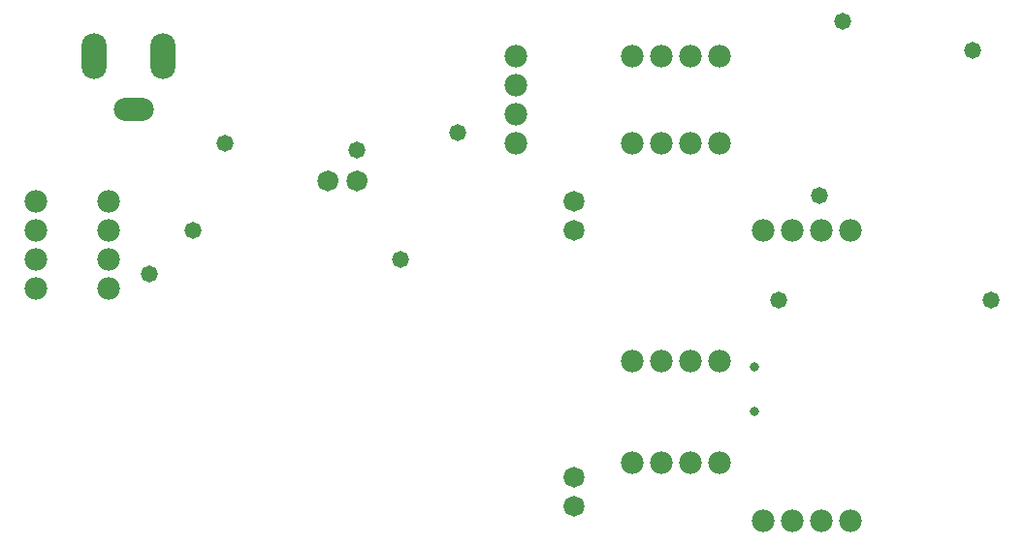
<source format=gbs>
G04*
G04 #@! TF.GenerationSoftware,Altium Limited,Altium Designer,21.6.4 (81)*
G04*
G04 Layer_Color=16711935*
%FSLAX25Y25*%
%MOIN*%
G70*
G04*
G04 #@! TF.SameCoordinates,570BF3D3-4215-493C-AC51-86F074832852*
G04*
G04*
G04 #@! TF.FilePolarity,Negative*
G04*
G01*
G75*
%ADD29C,0.00000*%
%ADD36C,0.07800*%
%ADD37C,0.07178*%
%ADD38O,0.08674X0.15761*%
%ADD39O,0.13792X0.07887*%
%ADD40C,0.05800*%
%ADD41C,0.03300*%
D29*
X202890Y32953D02*
G03*
X202890Y32953I-3390J0D01*
G01*
Y22953D02*
G03*
X202890Y22953I-3390J0D01*
G01*
Y127953D02*
G03*
X202890Y127953I-3390J0D01*
G01*
Y117953D02*
G03*
X202890Y117953I-3390J0D01*
G01*
X118390Y135000D02*
G03*
X118390Y135000I-3390J0D01*
G01*
X128390D02*
G03*
X128390Y135000I-3390J0D01*
G01*
D36*
X274500Y17953D02*
D03*
X264500D02*
D03*
X294500D02*
D03*
X284500D02*
D03*
X229500Y37953D02*
D03*
X219500D02*
D03*
X249500D02*
D03*
X239500D02*
D03*
X229500Y72953D02*
D03*
X219500D02*
D03*
X249500D02*
D03*
X239500D02*
D03*
X274500Y117953D02*
D03*
X264500D02*
D03*
X294500D02*
D03*
X284500D02*
D03*
X229500Y147953D02*
D03*
X219500D02*
D03*
X249500D02*
D03*
X239500D02*
D03*
X229500Y177953D02*
D03*
X219500D02*
D03*
X249500D02*
D03*
X239500D02*
D03*
X39500Y117953D02*
D03*
Y127953D02*
D03*
Y97953D02*
D03*
Y107953D02*
D03*
X179500Y167953D02*
D03*
Y177953D02*
D03*
Y147953D02*
D03*
Y157953D02*
D03*
X14500Y117953D02*
D03*
Y127953D02*
D03*
Y97953D02*
D03*
Y107953D02*
D03*
D37*
X199500Y32953D02*
D03*
Y22953D02*
D03*
Y127953D02*
D03*
Y117953D02*
D03*
X115000Y135000D02*
D03*
X125000D02*
D03*
D38*
X58122Y177953D02*
D03*
X34500D02*
D03*
D39*
X48280Y159646D02*
D03*
D40*
X343000Y94000D02*
D03*
X336500Y180000D02*
D03*
X270000Y94000D02*
D03*
X284000Y130000D02*
D03*
X292000Y190000D02*
D03*
X53500Y103000D02*
D03*
X68500Y118000D02*
D03*
X79500Y148000D02*
D03*
X159500Y151500D02*
D03*
X125000Y145500D02*
D03*
X140000Y108000D02*
D03*
D41*
X261500Y71000D02*
D03*
Y55500D02*
D03*
M02*

</source>
